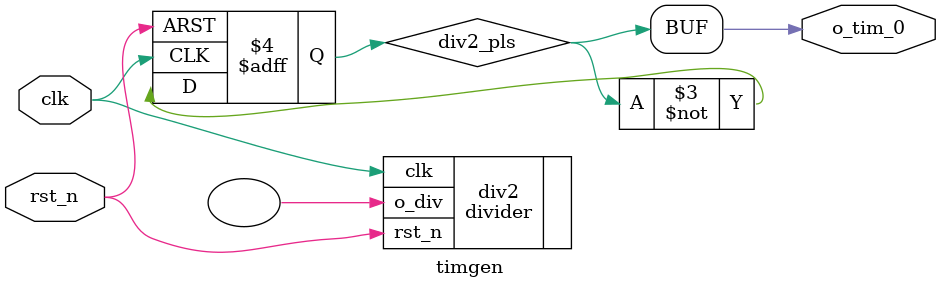
<source format=sv>
module timgen (
  input wire clk,
  input wire rst_n,

  output wire o_tim_0

);
  logic div2_pls;

  divider #(.P_DIV_NUM(2))
    div2(
      .clk,
      .rst_n,
      .o_div()
    );

  always_ff @( posedge clk, negedge rst_n ) begin
    if(~rst_n)
      div2_pls <= 1'b0;
    else
      div2_pls <= ~div2_pls;
  end
  assign o_tim_0 = div2_pls;
  
endmodule
</source>
